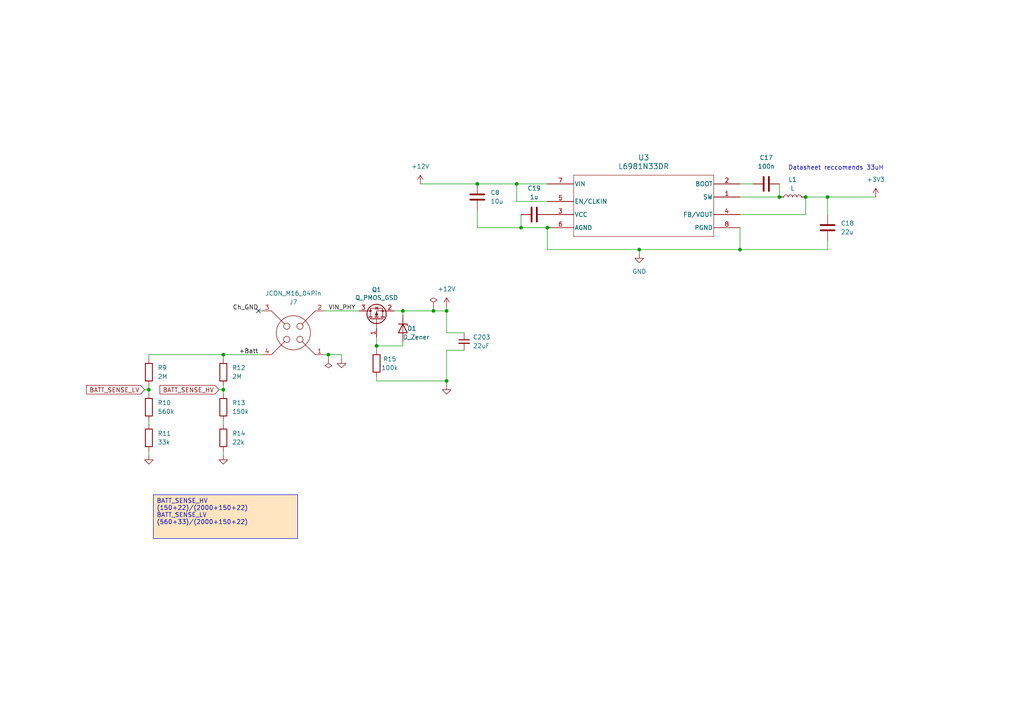
<source format=kicad_sch>
(kicad_sch (version 20230121) (generator eeschema)
  (paper "A4")
  (lib_symbols
    (symbol "Device:C" (pin_numbers hide) (pin_names (offset 0.254))
      (property "Reference" "C" (at 0.635 2.54 0))
      (property "Value" "C" (at 0.635 -2.54 0))
      (symbol "C_0_1"
        (polyline (pts (xy -2.032 -0.762) (xy 2.032 -0.762)) (stroke (width 0.508)))
        (polyline (pts (xy -2.032 0.762) (xy 2.032 0.762)) (stroke (width 0.508)))
      )
      (symbol "C_1_1"
        (pin passive line (at 0 3.81 270) (length 2.794) (name "~") (number "1"))
        (pin passive line (at 0 -3.81 90) (length 2.794) (name "~") (number "2"))
      )
    )
    (symbol "Device:C_Small" (pin_numbers hide) (pin_names (offset 0.254) hide)
      (property "Reference" "C" (at 0.254 1.778 0))
      (property "Value" "C_Small" (at 0.254 -2.032 0))
      (symbol "C_Small_0_1"
        (polyline (pts (xy -1.524 -0.508) (xy 1.524 -0.508)) (stroke (width 0.3302)))
        (polyline (pts (xy -1.524 0.508) (xy 1.524 0.508)) (stroke (width 0.3048)))
      )
      (symbol "C_Small_1_1"
        (pin passive line (at 0 2.54 270) (length 2.032) (name "~") (number "1"))
        (pin passive line (at 0 -2.54 90) (length 2.032) (name "~") (number "2"))
      )
    )
    (symbol "Device:D_Zener" (pin_numbers hide) (pin_names (offset 1.016) hide)
      (property "Reference" "D" (at 0 2.54 0))
      (property "Value" "D_Zener" (at 0 -2.54 0))
      (symbol "D_Zener_0_1"
        (polyline (pts (xy 1.27 0) (xy -1.27 0)))
        (polyline (pts (xy -1.27 -1.27) (xy -1.27 1.27) (xy -0.762 1.27)) (stroke (width 0.254)))
        (polyline (pts (xy 1.27 -1.27) (xy 1.27 1.27) (xy -1.27 0) (xy 1.27 -1.27)) (stroke (width 0.254)))
      )
      (symbol "D_Zener_1_1"
        (pin passive line (at -3.81 0 0) (length 2.54) (name "K") (number "1"))
        (pin passive line (at 3.81 0 180) (length 2.54) (name "A") (number "2"))
      )
    )
    (symbol "Device:L" (pin_numbers hide) (pin_names (offset 1.016) hide)
      (property "Reference" "L" (at -1.27 0 90))
      (property "Value" "L" (at 1.905 0 90))
      (symbol "L_0_1"
        (arc (start 0 -2.54) (mid 0.6323 -1.905) (end 0 -1.27))
        (arc (start 0 -1.27) (mid 0.6323 -0.635) (end 0 0))
        (arc (start 0 0) (mid 0.6323 0.635) (end 0 1.27))
        (arc (start 0 1.27) (mid 0.6323 1.905) (end 0 2.54))
      )
      (symbol "L_1_1"
        (pin passive line (at 0 3.81 270) (length 1.27) (name "1") (number "1"))
        (pin passive line (at 0 -3.81 90) (length 1.27) (name "2") (number "2"))
      )
    )
    (symbol "Device:Q_PMOS_GSD" (pin_names (offset 0) hide)
      (property "Reference" "Q" (at 5.08 1.27 0))
      (property "Value" "Q_PMOS_GSD" (at 5.08 -1.27 0))
      (symbol "Q_PMOS_GSD_0_1"
        (polyline (pts (xy 0.254 0) (xy -2.54 0)))
        (polyline (pts (xy 0.254 1.905) (xy 0.254 -1.905)) (stroke (width 0.254)))
        (polyline (pts (xy 0.762 -1.27) (xy 0.762 -2.286)) (stroke (width 0.254)))
        (polyline (pts (xy 0.762 0.508) (xy 0.762 -0.508)) (stroke (width 0.254)))
        (polyline (pts (xy 0.762 2.286) (xy 0.762 1.27)) (stroke (width 0.254)))
        (polyline (pts (xy 2.54 2.54) (xy 2.54 1.778)))
        (polyline (pts (xy 2.54 -2.54) (xy 2.54 0) (xy 0.762 0)))
        (polyline (pts (xy 0.762 1.778) (xy 3.302 1.778) (xy 3.302 -1.778) (xy 0.762 -1.778)))
        (polyline (pts (xy 2.286 0) (xy 1.27 0.381) (xy 1.27 -0.381) (xy 2.286 0)) (fill (type outline)))
        (polyline (pts (xy 2.794 -0.508) (xy 2.921 -0.381) (xy 3.683 -0.381) (xy 3.81 -0.254)))
        (polyline (pts (xy 3.302 -0.381) (xy 2.921 0.254) (xy 3.683 0.254) (xy 3.302 -0.381)))
        (circle (center 1.651 0) (radius 2.794) (stroke (width 0.254)))
        (circle (center 2.54 -1.778) (radius 0.254) (fill (type outline)))
        (circle (center 2.54 1.778) (radius 0.254) (fill (type outline)))
      )
      (symbol "Q_PMOS_GSD_1_1"
        (pin input line (at -5.08 0 0) (length 2.54) (name "G") (number "1"))
        (pin passive line (at 2.54 -5.08 90) (length 2.54) (name "S") (number "2"))
        (pin passive line (at 2.54 5.08 270) (length 2.54) (name "D") (number "3"))
      )
    )
    (symbol "Device:R" (pin_numbers hide) (pin_names (offset 0))
      (property "Reference" "R" (at 2.032 0 90))
      (property "Value" "R" (at 0 0 90))
      (symbol "R_0_1"
        (rectangle (start -1.016 -2.54) (end 1.016 2.54) (stroke (width 0.254)))
      )
      (symbol "R_1_1"
        (pin passive line (at 0 3.81 270) (length 1.27) (name "~") (number "1"))
        (pin passive line (at 0 -3.81 90) (length 1.27) (name "~") (number "2"))
      )
    )
    (symbol "GND_2" (power) (pin_names (offset 0))
      (property "Value" "GND_2" (at 0 -3.81 0))
      (symbol "GND_2_0_1"
        (polyline (pts (xy 0 0) (xy 0 -1.27) (xy 1.27 -1.27) (xy 0 -2.54) (xy -1.27 -1.27) (xy 0 -1.27)))
      )
      (symbol "GND_2_1_1"
        (pin power_in line (at 0 0 270) (length 0) hide (name "GND") (number "1"))
      )
    )
    (symbol "GND_8" (power) (pin_names (offset 0))
      (property "Value" "GND_8" (at 0 -3.81 0))
      (symbol "GND_8_0_1"
        (polyline (pts (xy 0 0) (xy 0 -1.27) (xy 1.27 -1.27) (xy 0 -2.54) (xy -1.27 -1.27) (xy 0 -1.27)))
      )
      (symbol "GND_8_1_1"
        (pin power_in line (at 0 0 270) (length 0) hide (name "GND") (number "1"))
      )
    )
    (symbol "L6981:L6981N33DR" (pin_names (offset 0.254))
      (property "Reference" "U3" (at 27.94 10.16 0))
      (property "Value" "L6981N33DR" (at 27.94 7.62 0))
      (symbol "L6981N33DR_0_1"
        (polyline (pts (xy 7.62 -12.7) (xy 48.26 -12.7)) (stroke (width 0.127)))
        (polyline (pts (xy 7.62 5.08) (xy 7.62 -12.7)) (stroke (width 0.127)))
        (polyline (pts (xy 48.26 -12.7) (xy 48.26 5.08)) (stroke (width 0.127)))
        (polyline (pts (xy 48.26 5.08) (xy 7.62 5.08)) (stroke (width 0.127)))
        (pin bidirectional line (at 55.88 -1.27 180) (length 7.62) (name "SW") (number "1"))
        (pin unspecified line (at 55.88 2.54 180) (length 7.62) (name "BOOT") (number "2"))
        (pin power_in line (at 0 -6.35 0) (length 7.62) (name "VCC") (number "3"))
        (pin output line (at 55.88 -6.35 180) (length 7.62) (name "FB/VOUT") (number "4"))
        (pin input line (at 0 -2.54 0) (length 7.62) (name "EN/CLKIN") (number "5"))
        (pin power_out line (at 0 -10.16 0) (length 7.62) (name "AGND") (number "6"))
        (pin power_in line (at 0 2.54 0) (length 7.62) (name "VIN") (number "7"))
        (pin power_out line (at 55.88 -10.16 180) (length 7.62) (name "PGND") (number "8"))
      )
    )
    (symbol "cacophony-library:JCON_M16_04Pin"
      (property "Reference" "J" (at 0 11.43 0))
      (property "Value" "JCON_M16_04Pin" (at 0 8.89 0))
      (symbol "JCON_M16_04Pin_0_1"
        (circle (center -1.905 -1.905) (radius 0.898))
        (circle (center -1.905 1.905) (radius 0.898))
        (polyline (pts (xy -2.54 -2.54) (xy -6.35 -6.35)))
        (polyline (pts (xy -2.54 2.54) (xy -6.35 6.35)))
        (polyline (pts (xy 2.54 -2.54) (xy 6.35 -6.35)))
        (polyline (pts (xy 6.35 6.35) (xy 2.54 2.54)))
        (circle (center 0 0) (radius 4.9595))
        (circle (center 1.905 -1.905) (radius 0.898))
        (circle (center 1.905 1.905) (radius 0.898))
      )
      (symbol "JCON_M16_04Pin_1_1"
        (pin passive line (at -8.89 6.35 0) (length 2.54) (name "") (number "1"))
        (pin passive line (at -8.89 -6.35 0) (length 2.54) (name "") (number "2"))
        (pin passive line (at 8.89 -6.35 180) (length 2.54) (name "") (number "3"))
        (pin passive line (at 8.89 6.35 180) (length 2.54) (name "") (number "4"))
      )
    )
    (symbol "power:+12V" (power) (pin_names (offset 0))
      (property "Value" "+12V" (at 0 3.556 0))
      (symbol "+12V_0_1"
        (polyline (pts (xy -0.762 1.27) (xy 0 2.54)))
        (polyline (pts (xy 0 0) (xy 0 2.54)))
        (polyline (pts (xy 0 2.54) (xy 0.762 1.27)))
      )
      (symbol "+12V_1_1"
        (pin power_in line (at 0 0 90) (length 0) hide (name "+12V") (number "1"))
      )
    )
    (symbol "power:+3V3" (power) (pin_names (offset 0))
      (property "Value" "+3V3" (at 0 3.556 0))
      (symbol "+3V3_0_1"
        (polyline (pts (xy -0.762 1.27) (xy 0 2.54)))
        (polyline (pts (xy 0 0) (xy 0 2.54)))
        (polyline (pts (xy 0 2.54) (xy 0.762 1.27)))
      )
      (symbol "+3V3_1_1"
        (pin power_in line (at 0 0 90) (length 0) hide (name "+3V3") (number "1"))
      )
    )
    (symbol "power:GND" (power) (pin_names (offset 0))
      (property "Value" "GND" (at 0 -3.81 0))
      (symbol "GND_0_1"
        (polyline (pts (xy 0 0) (xy 0 -1.27) (xy 1.27 -1.27) (xy 0 -2.54) (xy -1.27 -1.27) (xy 0 -1.27)))
      )
      (symbol "GND_1_1"
        (pin power_in line (at 0 0 270) (length 0) hide (name "GND") (number "1"))
      )
    )
    (symbol "power:PWR_FLAG" (power) (pin_numbers hide) (pin_names (offset 0) hide)
      (property "Value" "PWR_FLAG" (at 0 3.81 0))
      (symbol "PWR_FLAG_0_0"
        (pin power_out line (at 0 0 90) (length 0) (name "pwr") (number "1"))
      )
      (symbol "PWR_FLAG_0_1"
        (polyline (pts (xy 0 0) (xy 0 1.27) (xy -1.016 1.905) (xy 0 2.54) (xy 1.016 1.905) (xy 0 1.27)))
      )
    )
  )
  (junction (at 185.42 72.39))
  (junction (at 64.77 102.87))
  (junction (at 226.06 57.15))
  (junction (at 129.54 90.17))
  (junction (at 240.03 57.15))
  (junction (at 64.77 113.03))
  (junction (at 109.22 100.33))
  (junction (at 151.13 66.04))
  (junction (at 158.75 66.04))
  (junction (at 95.25 102.87))
  (junction (at 125.73 90.17))
  (junction (at 129.54 110.49))
  (junction (at 149.86 53.34))
  (junction (at 214.63 72.39))
  (junction (at 138.43 53.34))
  (junction (at 233.68 57.15))
  (junction (at 116.84 90.17))
  (junction (at 43.18 113.03))
  (no_connect (at 74.93 90.17))
  (wire (pts (xy 64.77 113.03) (xy 64.77 114.3)))
  (wire (pts (xy 64.77 111.76) (xy 64.77 113.03)))
  (wire (pts (xy 214.63 62.23) (xy 233.68 62.23)))
  (wire (pts (xy 116.84 90.17) (xy 116.84 91.44)))
  (wire (pts (xy 240.03 57.15) (xy 254 57.15)))
  (wire (pts (xy 114.3 90.17) (xy 116.84 90.17)))
  (wire (pts (xy 64.77 102.87) (xy 43.18 102.87)))
  (wire (pts (xy 240.03 72.39) (xy 240.03 69.85)))
  (wire (pts (xy 43.18 113.03) (xy 41.91 113.03)))
  (wire (pts (xy 116.84 90.17) (xy 125.73 90.17)))
  (wire (pts (xy 99.06 102.87) (xy 95.25 102.87)))
  (wire (pts (xy 76.2 102.87) (xy 64.77 102.87)))
  (wire (pts (xy 109.22 110.49) (xy 109.22 109.22)))
  (wire (pts (xy 240.03 57.15) (xy 240.03 62.23)))
  (wire (pts (xy 214.63 53.34) (xy 218.44 53.34)))
  (wire (pts (xy 109.22 100.33) (xy 109.22 101.6)))
  (wire (pts (xy 109.22 100.33) (xy 116.84 100.33)))
  (wire (pts (xy 233.68 57.15) (xy 240.03 57.15)))
  (wire (pts (xy 95.25 104.14) (xy 95.25 102.87)))
  (wire (pts (xy 214.63 72.39) (xy 240.03 72.39)))
  (wire (pts (xy 129.54 110.49) (xy 129.54 101.6)))
  (wire (pts (xy 138.43 66.04) (xy 151.13 66.04)))
  (wire (pts (xy 121.92 53.34) (xy 138.43 53.34)))
  (wire (pts (xy 129.54 110.49) (xy 129.54 111.76)))
  (wire (pts (xy 95.25 102.87) (xy 93.98 102.87)))
  (wire (pts (xy 158.75 58.42) (xy 149.86 58.42)))
  (wire (pts (xy 99.06 104.14) (xy 99.06 102.87)))
  (wire (pts (xy 214.63 66.04) (xy 214.63 72.39)))
  (wire (pts (xy 63.5 113.03) (xy 64.77 113.03)))
  (wire (pts (xy 129.54 96.52) (xy 134.62 96.52)))
  (wire (pts (xy 185.42 72.39) (xy 214.63 72.39)))
  (wire (pts (xy 151.13 66.04) (xy 158.75 66.04)))
  (wire (pts (xy 125.73 88.9) (xy 125.73 90.17)))
  (wire (pts (xy 138.43 53.34) (xy 149.86 53.34)))
  (wire (pts (xy 43.18 113.03) (xy 43.18 114.3)))
  (wire (pts (xy 158.75 66.04) (xy 158.75 72.39)))
  (wire (pts (xy 185.42 72.39) (xy 185.42 73.66)))
  (wire (pts (xy 149.86 53.34) (xy 158.75 53.34)))
  (wire (pts (xy 226.06 57.15) (xy 226.06 53.34)))
  (wire (pts (xy 64.77 121.92) (xy 64.77 123.19)))
  (wire (pts (xy 43.18 111.76) (xy 43.18 113.03)))
  (wire (pts (xy 149.86 58.42) (xy 149.86 53.34)))
  (wire (pts (xy 214.63 57.15) (xy 226.06 57.15)))
  (wire (pts (xy 43.18 121.92) (xy 43.18 123.19)))
  (wire (pts (xy 76.2 90.17) (xy 74.93 90.17)))
  (wire (pts (xy 138.43 60.96) (xy 138.43 66.04)))
  (wire (pts (xy 43.18 104.14) (xy 43.18 102.87)))
  (wire (pts (xy 64.77 102.87) (xy 64.77 104.14)))
  (wire (pts (xy 93.98 90.17) (xy 104.14 90.17)))
  (wire (pts (xy 129.54 88.9) (xy 129.54 90.17)))
  (wire (pts (xy 43.18 130.81) (xy 43.18 132.08)))
  (wire (pts (xy 116.84 99.06) (xy 116.84 100.33)))
  (wire (pts (xy 109.22 100.33) (xy 109.22 97.79)))
  (wire (pts (xy 151.13 62.23) (xy 151.13 66.04)))
  (wire (pts (xy 233.68 62.23) (xy 233.68 57.15)))
  (wire (pts (xy 109.22 110.49) (xy 129.54 110.49)))
  (wire (pts (xy 125.73 90.17) (xy 129.54 90.17)))
  (wire (pts (xy 64.77 130.81) (xy 64.77 132.08)))
  (wire (pts (xy 158.75 72.39) (xy 185.42 72.39)))
  (wire (pts (xy 129.54 90.17) (xy 129.54 96.52)))
  (wire (pts (xy 129.54 101.6) (xy 134.62 101.6)))
  (text_box "BATT_SENSE_HV (150+22)/(2000+150+22)\nBATT_SENSE_LV (560+33)/(2000+150+22)\n" (at 44.45 143.51 0) (size 41.91 12.7) (fill (type color) (color 255 229 191 1)) (effects (font (size 1.27 1.27)) (justify left top)))
  (text "Datasheet reccomends 33uH \n" (at 228.6 49.53 0) (effects (font (size 1.27 1.27)) (justify left bottom)))
  (label "VIN_PHY" (at 95.25 90.17 0))
  (label "+Batt" (at 74.93 102.87 180))
  (label "Ch_GND" (at 74.93 90.17 180))
  (global_label "BATT_SENSE_HV" (shape input) (at 63.5 113.03 180) (property "Intersheetrefs" "${INTERSHEET_REFS}" (effects hide)))
  (global_label "BATT_SENSE_LV" (shape input) (at 41.91 113.03 180) (property "Intersheetrefs" "${INTERSHEET_REFS}" (effects hide)))
  (symbol (lib_id "power:PWR_FLAG") (at 125.73 88.9 0) (unit 1)
    (property "Reference" "#FLG02" (effects hide))
    (property "Value" "PWR_FLAG" (effects hide))
    (instances (project "FYP_P2" (path "" (reference "#FLG02") (unit 1))) (project "tc2-plugs-buck-boost-pcb" (path "" (reference "#FLG01") (unit 1))))
  )
  (symbol (lib_id "Device:C") (at 138.43 57.15 180) (unit 1)
    (property "Reference" "C8" (at 142.24 55.88 0) (effects (justify right)))
    (property "Value" "10u" (at 142.24 58.42 0) (effects (justify right)))
    (property "Footprint" "Capacitor_SMD:C_0603_1608Metric" (effects hide))
  )
  (symbol (lib_id "cacophony-library:JCON_M16_04Pin") (at 85.09 96.52 180) (unit 1) (in_bom no)
    (property "Reference" "J7" (at 85.09 87.63 0))
    (property "Value" "JCON_M16_04Pin" (at 85.09 85.09 0))
    (property "Footprint" "cacophony-library:jcon-4pin_m16" (effects hide))
    (instances (project "FYP_P2" (path "" (reference "J7") (unit 1))) (project "tc2-plugs-buck-boost-pcb" (path "" (reference "J1") (unit 1))))
  )
  (symbol (lib_id "Device:C") (at 240.03 66.04 0) (unit 1)
    (property "Reference" "C18" (at 243.84 64.77 0) (effects (justify left)))
    (property "Value" "22u" (at 243.84 67.31 0) (effects (justify left)))
    (property "Footprint" "Capacitor_SMD:C_0603_1608Metric" (effects hide))
  )
  (symbol (lib_id "power:GND") (at 99.06 104.14 0) (unit 1)
    (property "Reference" "#PWR036" (effects hide))
    (property "Value" "GND" (effects hide))
    (instances (project "FYP_P2" (path "" (reference "#PWR036") (unit 1))) (project "tc2-plugs-buck-boost-pcb" (path "" (reference "#PWR04") (unit 1))))
  )
  (symbol (lib_name "GND_8") (lib_id "power:GND") (at 43.18 132.08 0) (unit 1)
    (property "Reference" "#PWR034" (effects hide))
    (property "Value" "GND" (effects hide))
    (instances (project "FYP_P2" (path "" (reference "#PWR034") (unit 1))) (project "tc2-plugs-buck-boost-pcb" (path "" (reference "#PWR08") (unit 1))))
  )
  (symbol (lib_id "power:+12V") (at 129.54 88.9 0) (unit 1)
    (property "Reference" "#PWR037" (effects hide))
    (property "Value" "+12V" (at 129.54 83.82 0))
  )
  (symbol (lib_id "Device:C") (at 154.94 62.23 270) (unit 1)
    (property "Reference" "C19" (at 154.94 54.61 90))
    (property "Value" "1u" (at 154.94 57.15 90))
    (property "Footprint" "Capacitor_SMD:C_0603_1608Metric" (effects hide))
  )
  (symbol (lib_id "power:PWR_FLAG") (at 95.25 104.14 180) (unit 1)
    (property "Reference" "#FLG01" (effects hide))
    (property "Value" "PWR_FLAG" (effects hide))
    (instances (project "FYP_P2" (path "" (reference "#FLG01") (unit 1))) (project "tc2-plugs-buck-boost-pcb" (path "" (reference "#FLG03") (unit 1))))
  )
  (symbol (lib_name "GND_2") (lib_id "power:GND") (at 129.54 111.76 0) (unit 1)
    (property "Reference" "#PWR038" (effects hide))
    (property "Value" "GND" (effects hide))
    (instances (project "FYP_P2" (path "" (reference "#PWR038") (unit 1))) (project "tc2-plugs-buck-boost-pcb" (path "" (reference "#PWR07") (unit 1))))
  )
  (symbol (lib_id "power:+12V") (at 121.92 53.34 0) (unit 1)
    (property "Reference" "#PWR030" (effects hide))
    (property "Value" "+12V" (at 121.92 48.26 0))
  )
  (symbol (lib_name "GND_8") (lib_id "power:GND") (at 64.77 132.08 0) (unit 1)
    (property "Reference" "#PWR035" (effects hide))
    (property "Value" "GND" (effects hide))
    (instances (project "FYP_P2" (path "" (reference "#PWR035") (unit 1))) (project "tc2-plugs-buck-boost-pcb" (path "" (reference "#PWR09") (unit 1))))
  )
  (symbol (lib_id "power:+3V3") (at 254 57.15 0) (unit 1)
    (property "Reference" "#PWR031" (effects hide))
    (property "Value" "+3V3" (at 254 52.07 0))
  )
  (symbol (lib_id "L6981:L6981N33DR") (at 158.75 55.88 0) (unit 1)
    (property "Reference" "U3" (at 186.69 45.72 0) (effects (font (size 1.524 1.524))))
    (property "Value" "L6981N33DR" (at 186.69 48.26 0) (effects (font (size 1.524 1.524))))
    (property "Footprint" "L6981:SO8L_L6981N33DR_STM-L" (effects hide))
    (property "Datasheet" "L6981N33DR" (effects hide))
  )
  (symbol (lib_id "Device:R") (at 43.18 118.11 0) (unit 1)
    (property "Reference" "R10" (at 45.72 116.84 0) (effects (justify left)))
    (property "Value" "560k" (at 45.72 119.38 0) (effects (justify left)))
    (property "Footprint" "Resistor_SMD:R_1206_3216Metric" (effects hide))
    (property "LCSC" "C870794" (effects hide))
    (instances (project "FYP_P2" (path "" (reference "R10") (unit 1))) (project "tc2-plugs-buck-boost-pcb" (path "" (reference "R7") (unit 1))))
  )
  (symbol (lib_id "Device:C") (at 222.25 53.34 270) (unit 1)
    (property "Reference" "C17" (at 222.25 45.72 90))
    (property "Value" "100n" (at 222.25 48.26 90))
    (property "Footprint" "Capacitor_SMD:C_0603_1608Metric" (effects hide))
  )
  (symbol (lib_id "Device:R") (at 43.18 107.95 0) (unit 1)
    (property "Reference" "R9" (at 45.72 106.6799 0) (effects (justify left)))
    (property "Value" "2M" (at 45.72 109.2199 0) (effects (justify left)))
    (property "Footprint" "Resistor_SMD:R_1210_3225Metric" (effects hide))
    (property "LCSC" "C304148" (effects hide))
    (instances (project "FYP_P2" (path "" (reference "R9") (unit 1))) (project "tc2-plugs-buck-boost-pcb" (path "" (reference "R5") (unit 1))))
  )
  (symbol (lib_id "Device:D_Zener") (at 116.84 95.25 270) (unit 1)
    (property "Reference" "D1" (at 118.11 95.25 90) (effects (justify left)))
    (property "Value" "D_Zener" (at 116.84 97.79 90) (effects (justify left)))
    (property "Footprint" "cacophony-library:LL-34_L3.5-W1.5-RD" (effects hide))
    (property "LCSC" "C8062" (effects hide))
  )
  (symbol (lib_id "Device:R") (at 64.77 127 0) (unit 1)
    (property "Reference" "R14" (at 67.31 125.7299 0) (effects (justify left)))
    (property "Value" "22k" (at 67.31 128.2699 0) (effects (justify left)))
    (property "Footprint" "Resistor_SMD:R_0805_2012Metric" (effects hide))
    (property "LCSC" "C351592" (effects hide))
    (instances (project "FYP_P2" (path "" (reference "R14") (unit 1))) (project "tc2-plugs-buck-boost-pcb" (path "" (reference "R10") (unit 1))))
  )
  (symbol (lib_id "Device:Q_PMOS_GSD") (at 109.22 92.71 90) (unit 1)
    (property "Reference" "Q1" (at 109.22 84.0232 90))
    (property "Value" "Q_PMOS_GSD" (at 109.22 86.36 90))
    (property "Footprint" "Package_TO_SOT_SMD:SOT-23" (effects hide))
    (property "LCSC" "C15127" (effects hide))
    (instances (project "FYP_P2" (path "" (reference "Q1") (unit 1))) (project "tc2-plugs-buck-boost-pcb" (path "" (reference "Q2") (unit 1))))
  )
  (symbol (lib_id "Device:C_Small") (at 134.62 99.06 0) (unit 1)
    (property "Reference" "C203" (at 137.16 97.7963 0) (effects (justify left)))
    (property "Value" "22uF" (at 137.16 100.3363 0) (effects (justify left)))
    (property "Footprint" "Capacitor_SMD:C_0805_2012Metric" (effects hide))
    (property "LCSC" "C45783" (effects hide))
    (instances (project "tc2-plugs-2-pcb" (path "" (reference "C203") (unit 1))) (project "FYP_P2" (path "" (reference "C20") (unit 1))) (project "tc2-plugs-buck-boost-pcb" (path "" (reference "C22") (unit 1))))
  )
  (symbol (lib_id "power:GND") (at 185.42 73.66 0) (unit 1)
    (property "Reference" "#PWR029" (effects hide))
    (property "Value" "GND" (at 185.42 78.74 0))
  )
  (symbol (lib_id "Device:L") (at 229.87 57.15 90) (unit 1)
    (property "Reference" "L1" (at 229.87 52.07 90))
    (property "Value" "L" (at 229.87 54.61 90))
  )
  (symbol (lib_id "Device:R") (at 64.77 118.11 0) (unit 1)
    (property "Reference" "R13" (at 67.31 116.8399 0) (effects (justify left)))
    (property "Value" "150k" (at 67.31 119.3799 0) (effects (justify left)))
    (property "Footprint" "Resistor_SMD:R_0805_2012Metric" (effects hide))
    (property "LCSC" "C136927" (effects hide))
    (instances (project "FYP_P2" (path "" (reference "R13") (unit 1))) (project "tc2-plugs-buck-boost-pcb" (path "" (reference "R8") (unit 1))))
  )
  (symbol (lib_id "Device:R") (at 43.18 127 0) (unit 1)
    (property "Reference" "R11" (at 45.72 125.73 0) (effects (justify left)))
    (property "Value" "33k" (at 45.72 128.27 0) (effects (justify left)))
    (property "Footprint" "Resistor_SMD:R_0603_1608Metric" (effects hide))
    (property "LCSC" "C705768" (effects hide))
    (instances (project "FYP_P2" (path "" (reference "R11") (unit 1))) (project "tc2-plugs-buck-boost-pcb" (path "" (reference "R9") (unit 1))))
  )
  (symbol (lib_id "Device:R") (at 64.77 107.95 0) (unit 1)
    (property "Reference" "R12" (at 67.31 106.6799 0) (effects (justify left)))
    (property "Value" "2M" (at 67.31 109.2199 0) (effects (justify left)))
    (property "Footprint" "Resistor_SMD:R_1210_3225Metric" (effects hide))
    (property "LCSC" "C304148" (effects hide))
    (instances (project "FYP_P2" (path "" (reference "R12") (unit 1))) (project "tc2-plugs-buck-boost-pcb" (path "" (reference "R6") (unit 1))))
  )
  (symbol (lib_id "Device:R") (at 109.22 105.41 0) (unit 1)
    (property "Reference" "R15" (at 113.03 104.14 0))
    (property "Value" "100k" (at 113.03 106.68 0))
    (property "Footprint" "Resistor_SMD:R_0402_1005Metric" (effects hide))
    (property "LCSC" "C25741" (effects hide))
    (instances (project "FYP_P2" (path "" (reference "R15") (unit 1))) (project "tc2-plugs-buck-boost-pcb" (path "" (reference "R4") (unit 1))))
  )
)
</source>
